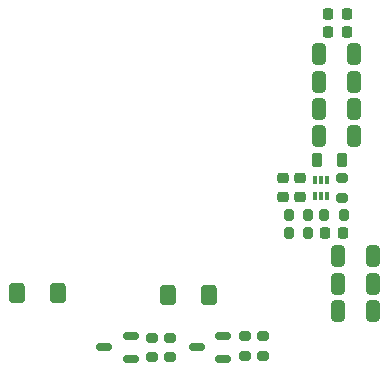
<source format=gbr>
%TF.GenerationSoftware,KiCad,Pcbnew,9.0.0*%
%TF.CreationDate,2025-03-25T19:49:10+01:00*%
%TF.ProjectId,raumtemp_relay,7261756d-7465-46d7-905f-72656c61792e,rev?*%
%TF.SameCoordinates,Original*%
%TF.FileFunction,Paste,Top*%
%TF.FilePolarity,Positive*%
%FSLAX46Y46*%
G04 Gerber Fmt 4.6, Leading zero omitted, Abs format (unit mm)*
G04 Created by KiCad (PCBNEW 9.0.0) date 2025-03-25 19:49:10*
%MOMM*%
%LPD*%
G01*
G04 APERTURE LIST*
G04 Aperture macros list*
%AMRoundRect*
0 Rectangle with rounded corners*
0 $1 Rounding radius*
0 $2 $3 $4 $5 $6 $7 $8 $9 X,Y pos of 4 corners*
0 Add a 4 corners polygon primitive as box body*
4,1,4,$2,$3,$4,$5,$6,$7,$8,$9,$2,$3,0*
0 Add four circle primitives for the rounded corners*
1,1,$1+$1,$2,$3*
1,1,$1+$1,$4,$5*
1,1,$1+$1,$6,$7*
1,1,$1+$1,$8,$9*
0 Add four rect primitives between the rounded corners*
20,1,$1+$1,$2,$3,$4,$5,0*
20,1,$1+$1,$4,$5,$6,$7,0*
20,1,$1+$1,$6,$7,$8,$9,0*
20,1,$1+$1,$8,$9,$2,$3,0*%
G04 Aperture macros list end*
%ADD10RoundRect,0.225000X-0.250000X0.225000X-0.250000X-0.225000X0.250000X-0.225000X0.250000X0.225000X0*%
%ADD11RoundRect,0.087500X-0.087500X0.250000X-0.087500X-0.250000X0.087500X-0.250000X0.087500X0.250000X0*%
%ADD12RoundRect,0.200000X0.275000X-0.200000X0.275000X0.200000X-0.275000X0.200000X-0.275000X-0.200000X0*%
%ADD13RoundRect,0.250000X0.325000X0.650000X-0.325000X0.650000X-0.325000X-0.650000X0.325000X-0.650000X0*%
%ADD14RoundRect,0.200000X-0.275000X0.200000X-0.275000X-0.200000X0.275000X-0.200000X0.275000X0.200000X0*%
%ADD15RoundRect,0.150000X0.512500X0.150000X-0.512500X0.150000X-0.512500X-0.150000X0.512500X-0.150000X0*%
%ADD16RoundRect,0.225000X0.225000X0.250000X-0.225000X0.250000X-0.225000X-0.250000X0.225000X-0.250000X0*%
%ADD17RoundRect,0.218750X-0.218750X-0.381250X0.218750X-0.381250X0.218750X0.381250X-0.218750X0.381250X0*%
%ADD18RoundRect,0.200000X0.200000X0.275000X-0.200000X0.275000X-0.200000X-0.275000X0.200000X-0.275000X0*%
%ADD19RoundRect,0.250000X0.400000X0.600000X-0.400000X0.600000X-0.400000X-0.600000X0.400000X-0.600000X0*%
G04 APERTURE END LIST*
D10*
%TO.C,C14*%
X147275000Y-89380000D03*
X147275000Y-90930000D03*
%TD*%
D11*
%TO.C,U1*%
X151025000Y-90892500D03*
X150525000Y-90892500D03*
X150025000Y-90892500D03*
X150025000Y-89467500D03*
X150525000Y-89467500D03*
X151025000Y-89467500D03*
%TD*%
D12*
%TO.C,R9*%
X152275000Y-91030000D03*
X152275000Y-89380000D03*
%TD*%
D13*
%TO.C,C2*%
X151950000Y-95980000D03*
X154900000Y-95980000D03*
%TD*%
D14*
%TO.C,R4*%
X145625000Y-102755000D03*
X145625000Y-104405000D03*
%TD*%
D13*
%TO.C,C3*%
X153300000Y-81180000D03*
X150350000Y-81180000D03*
%TD*%
D15*
%TO.C,Q2*%
X142262500Y-104630000D03*
X142262500Y-102730000D03*
X139987500Y-103680000D03*
%TD*%
D16*
%TO.C,C1*%
X152400000Y-93980000D03*
X150850000Y-93980000D03*
%TD*%
D17*
%TO.C,L2*%
X150162500Y-87830000D03*
X152287500Y-87830000D03*
%TD*%
D12*
%TO.C,R2*%
X144125000Y-104405000D03*
X144125000Y-102755000D03*
%TD*%
D16*
%TO.C,C11*%
X152700000Y-75480000D03*
X151150000Y-75480000D03*
%TD*%
D18*
%TO.C,R7*%
X152450000Y-92480000D03*
X150800000Y-92480000D03*
%TD*%
D19*
%TO.C,D2*%
X141075000Y-99280000D03*
X137575000Y-99280000D03*
%TD*%
D13*
%TO.C,C6*%
X154900000Y-98280000D03*
X151950000Y-98280000D03*
%TD*%
D19*
%TO.C,D1*%
X128275000Y-99080000D03*
X124775000Y-99080000D03*
%TD*%
D12*
%TO.C,R1*%
X136225000Y-104505000D03*
X136225000Y-102855000D03*
%TD*%
D13*
%TO.C,C4*%
X153300000Y-83480000D03*
X150350000Y-83480000D03*
%TD*%
D18*
%TO.C,R5*%
X149450000Y-92480000D03*
X147800000Y-92480000D03*
%TD*%
D13*
%TO.C,C5*%
X153300000Y-85780000D03*
X150350000Y-85780000D03*
%TD*%
%TO.C,C8*%
X153300000Y-78880000D03*
X150350000Y-78880000D03*
%TD*%
D18*
%TO.C,R8*%
X149450000Y-93980000D03*
X147800000Y-93980000D03*
%TD*%
D16*
%TO.C,C12*%
X152700000Y-76980000D03*
X151150000Y-76980000D03*
%TD*%
D13*
%TO.C,C7*%
X154900000Y-100580000D03*
X151950000Y-100580000D03*
%TD*%
D15*
%TO.C,Q1*%
X134462500Y-104630000D03*
X134462500Y-102730000D03*
X132187500Y-103680000D03*
%TD*%
D14*
%TO.C,R3*%
X137725000Y-102855000D03*
X137725000Y-104505000D03*
%TD*%
D10*
%TO.C,C13*%
X148775000Y-89380000D03*
X148775000Y-90930000D03*
%TD*%
M02*

</source>
